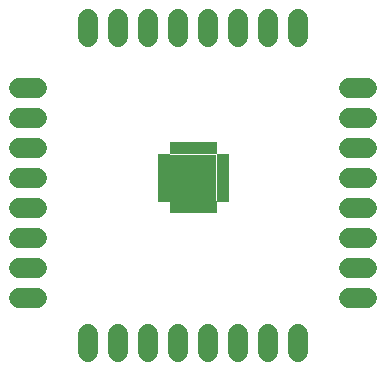
<source format=gbr>
G04 EAGLE Gerber RS-274X export*
G75*
%MOMM*%
%FSLAX34Y34*%
%LPD*%
%INSoldermask Top*%
%IPPOS*%
%AMOC8*
5,1,8,0,0,1.08239X$1,22.5*%
G01*
%ADD10C,1.727200*%
%ADD11R,1.003200X0.503200*%
%ADD12R,0.503200X1.003200*%
%ADD13R,3.953200X3.953200*%


D10*
X228600Y426720D02*
X228600Y411480D01*
X254000Y411480D02*
X254000Y426720D01*
X279400Y426720D02*
X279400Y411480D01*
X304800Y411480D02*
X304800Y426720D01*
X330200Y426720D02*
X330200Y411480D01*
X355600Y411480D02*
X355600Y426720D01*
X381000Y426720D02*
X381000Y411480D01*
X203200Y411480D02*
X203200Y426720D01*
X424180Y215900D02*
X439420Y215900D01*
X439420Y241300D02*
X424180Y241300D01*
X424180Y266700D02*
X439420Y266700D01*
X439420Y292100D02*
X424180Y292100D01*
X424180Y317500D02*
X439420Y317500D01*
X439420Y342900D02*
X424180Y342900D01*
X424180Y368300D02*
X439420Y368300D01*
X439420Y190500D02*
X424180Y190500D01*
X228600Y160020D02*
X228600Y144780D01*
X254000Y144780D02*
X254000Y160020D01*
X279400Y160020D02*
X279400Y144780D01*
X304800Y144780D02*
X304800Y160020D01*
X330200Y160020D02*
X330200Y144780D01*
X355600Y144780D02*
X355600Y160020D01*
X381000Y160020D02*
X381000Y144780D01*
X203200Y144780D02*
X203200Y160020D01*
X160020Y215900D02*
X144780Y215900D01*
X144780Y241300D02*
X160020Y241300D01*
X160020Y266700D02*
X144780Y266700D01*
X144780Y292100D02*
X160020Y292100D01*
X160020Y317500D02*
X144780Y317500D01*
X144780Y342900D02*
X160020Y342900D01*
X160020Y368300D02*
X144780Y368300D01*
X144780Y190500D02*
X160020Y190500D01*
D11*
X267100Y309600D03*
X267100Y304600D03*
X267100Y299600D03*
X267100Y294600D03*
X267100Y289600D03*
X267100Y284600D03*
X267100Y279600D03*
X267100Y274600D03*
D12*
X274600Y267100D03*
X279600Y267100D03*
X284600Y267100D03*
X289600Y267100D03*
X294600Y267100D03*
X299600Y267100D03*
X304600Y267100D03*
X309600Y267100D03*
D11*
X317100Y274600D03*
X317100Y279600D03*
X317100Y284600D03*
X317100Y289600D03*
X317100Y294600D03*
X317100Y299600D03*
X317100Y304600D03*
X317100Y309600D03*
D12*
X309600Y317100D03*
X304600Y317100D03*
X299600Y317100D03*
X294600Y317100D03*
X289600Y317100D03*
X284600Y317100D03*
X279600Y317100D03*
X274600Y317100D03*
D13*
X292100Y292100D03*
M02*

</source>
